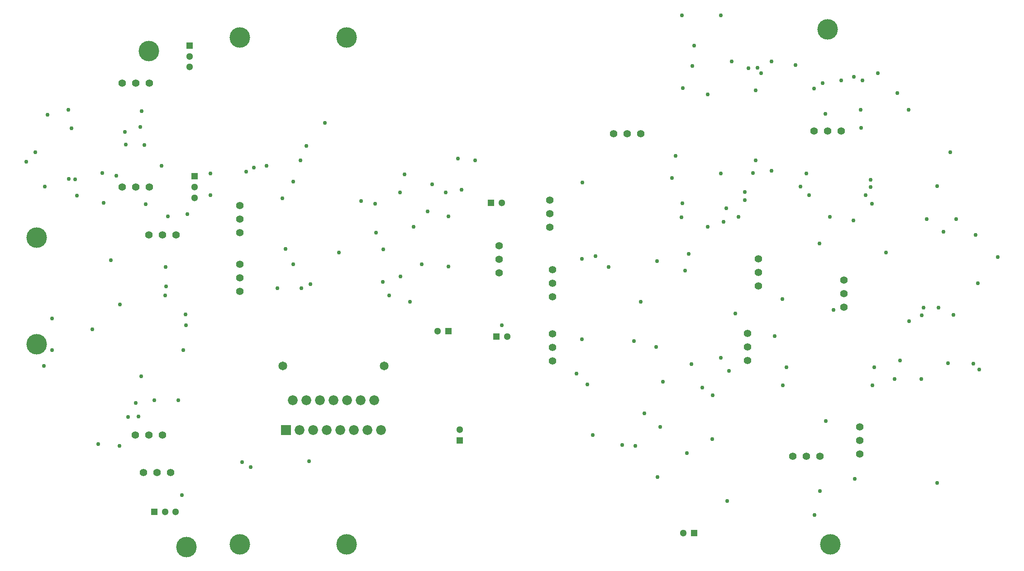
<source format=gbr>
G04*
G04 #@! TF.GenerationSoftware,Altium Limited,Altium Designer,23.9.2 (47)*
G04*
G04 Layer_Color=16711935*
%FSLAX44Y44*%
%MOMM*%
G71*
G04*
G04 #@! TF.SameCoordinates,DC7A7723-1311-43B5-9009-1713E082842B*
G04*
G04*
G04 #@! TF.FilePolarity,Negative*
G04*
G01*
G75*
%ADD56R,1.3000X1.3000*%
%ADD57C,1.3000*%
%ADD58C,1.6500*%
%ADD59C,3.8500*%
%ADD60C,1.3900*%
%ADD61R,1.3000X1.3000*%
%ADD62C,1.8450*%
%ADD63R,1.8450X1.8450*%
%ADD64C,0.7500*%
D56*
X-430000Y136000D02*
D03*
X200000Y715000D02*
D03*
X210000Y465000D02*
D03*
X120000Y475000D02*
D03*
X580000Y96000D02*
D03*
D57*
X-410000Y136000D02*
D03*
X-390000D02*
D03*
X-355000Y745000D02*
D03*
Y725000D02*
D03*
X141000Y290000D02*
D03*
X220000Y715000D02*
D03*
X230000Y465000D02*
D03*
X100000Y475000D02*
D03*
X560000Y96000D02*
D03*
X-364000Y970000D02*
D03*
Y990000D02*
D03*
D58*
X-190000Y410000D02*
D03*
X0D02*
D03*
D59*
X-650000Y650000D02*
D03*
Y450000D02*
D03*
X-70000Y1025000D02*
D03*
X-270000D02*
D03*
X-70000Y75000D02*
D03*
X-270000D02*
D03*
X830000Y1040000D02*
D03*
X835000Y75000D02*
D03*
X-370000Y70000D02*
D03*
X-440000Y1000000D02*
D03*
D60*
X-414600Y280000D02*
D03*
X-440000D02*
D03*
X-465400D02*
D03*
X860000Y570400D02*
D03*
Y545000D02*
D03*
Y519600D02*
D03*
X700000Y559600D02*
D03*
Y585000D02*
D03*
Y610400D02*
D03*
X429200Y845000D02*
D03*
X454600D02*
D03*
X480000D02*
D03*
X315000Y470000D02*
D03*
Y444600D02*
D03*
Y419200D02*
D03*
X215000Y584200D02*
D03*
Y609600D02*
D03*
Y635000D02*
D03*
X315000Y539600D02*
D03*
Y565000D02*
D03*
Y590400D02*
D03*
X310000Y669600D02*
D03*
Y695000D02*
D03*
Y720400D02*
D03*
X-490400Y940000D02*
D03*
X-465000D02*
D03*
X-439600D02*
D03*
X890000Y244200D02*
D03*
Y269600D02*
D03*
Y295000D02*
D03*
X815400Y240000D02*
D03*
X790000D02*
D03*
X764600D02*
D03*
X680000Y470400D02*
D03*
Y445000D02*
D03*
Y419600D02*
D03*
X855400Y850000D02*
D03*
X830000D02*
D03*
X804600D02*
D03*
X-270000Y600000D02*
D03*
Y574600D02*
D03*
Y549200D02*
D03*
Y659600D02*
D03*
Y685000D02*
D03*
Y710400D02*
D03*
X-440400Y655000D02*
D03*
X-415000D02*
D03*
X-389600D02*
D03*
X-450800Y210000D02*
D03*
X-425400D02*
D03*
X-400000D02*
D03*
X-439200Y745000D02*
D03*
X-464600D02*
D03*
X-490000D02*
D03*
D61*
X-355000Y765000D02*
D03*
X141000Y270000D02*
D03*
X-364000Y1010000D02*
D03*
D62*
X-18800Y345000D02*
D03*
X-44200D02*
D03*
X-69600D02*
D03*
X-95000D02*
D03*
X-120400D02*
D03*
X-145800D02*
D03*
X-171200D02*
D03*
X-6100Y289700D02*
D03*
X-31500D02*
D03*
X-56900D02*
D03*
X-82300D02*
D03*
X-107700D02*
D03*
X-133100D02*
D03*
X-158500D02*
D03*
D63*
X-183900D02*
D03*
D64*
X878698Y951302D02*
D03*
X895000Y945000D02*
D03*
X855000D02*
D03*
X55000Y670000D02*
D03*
X81041Y698959D02*
D03*
X965000Y420000D02*
D03*
X955000Y385000D02*
D03*
X910000Y758698D02*
D03*
Y745000D02*
D03*
X900661Y729459D02*
D03*
X790000Y770000D02*
D03*
X795176Y729824D02*
D03*
X779277Y745723D02*
D03*
X725000Y775000D02*
D03*
X689661Y770774D02*
D03*
X445136Y261258D02*
D03*
X470000Y260000D02*
D03*
X1110543Y564457D02*
D03*
X1070000Y685000D02*
D03*
X145000Y740000D02*
D03*
X90000Y750000D02*
D03*
X115000Y735000D02*
D03*
X70324Y600084D02*
D03*
X804301Y929571D02*
D03*
X769357Y973207D02*
D03*
X725000Y980000D02*
D03*
X698829Y968829D02*
D03*
X681793Y967697D02*
D03*
X630000Y425000D02*
D03*
X615000Y355000D02*
D03*
X521764Y380000D02*
D03*
X595606Y369138D02*
D03*
X360000Y395000D02*
D03*
X370000Y460000D02*
D03*
X-155000Y555000D02*
D03*
X-137793Y563207D02*
D03*
X-200000Y555000D02*
D03*
X380000Y375000D02*
D03*
X390000Y280000D02*
D03*
X815000Y175000D02*
D03*
X805000Y130000D02*
D03*
X1055000Y415000D02*
D03*
X1005000Y385000D02*
D03*
X-405000Y690000D02*
D03*
X-368741Y693717D02*
D03*
X-220000Y785000D02*
D03*
X-170000Y755000D02*
D03*
X558433Y930000D02*
D03*
X580000Y1010000D02*
D03*
X576304Y972057D02*
D03*
X650000Y980000D02*
D03*
X820000Y940000D02*
D03*
X-16544Y713876D02*
D03*
X30000Y735000D02*
D03*
X120000Y690000D02*
D03*
X170000Y795000D02*
D03*
X137649Y798499D02*
D03*
X675000Y720000D02*
D03*
X640000Y705000D02*
D03*
X635000Y680000D02*
D03*
X695000Y795000D02*
D03*
X605000Y670000D02*
D03*
X662696Y688984D02*
D03*
X570000Y620000D02*
D03*
X420000Y595000D02*
D03*
X370000Y610000D02*
D03*
X395000Y615000D02*
D03*
X-385000Y345000D02*
D03*
X-430000D02*
D03*
X-370620Y485784D02*
D03*
X-375700Y439302D02*
D03*
X1065000Y505000D02*
D03*
X1037556Y518698D02*
D03*
X630000Y770000D02*
D03*
X557750Y714561D02*
D03*
X912334Y713698D02*
D03*
X-325000Y770000D02*
D03*
Y730000D02*
D03*
X-446058Y712352D02*
D03*
X-621302Y498532D02*
D03*
Y439302D02*
D03*
X-636302Y410000D02*
D03*
X-652560Y810142D02*
D03*
X1035000Y190000D02*
D03*
X880330Y198207D02*
D03*
X-250000Y220000D02*
D03*
X-265803Y229197D02*
D03*
X-140793Y230836D02*
D03*
X1015000Y685000D02*
D03*
X938736Y621928D02*
D03*
X1034254Y746793D02*
D03*
X960300Y921307D02*
D03*
X-1812Y627770D02*
D03*
X30500Y577224D02*
D03*
X-15000Y659187D02*
D03*
X-408974Y594750D02*
D03*
X-408523Y558936D02*
D03*
X-410178Y541794D02*
D03*
X9364Y541793D02*
D03*
X-585000Y855000D02*
D03*
X-590653Y889713D02*
D03*
X538207Y761868D02*
D03*
X566259Y246643D02*
D03*
X613833Y272678D02*
D03*
X516293Y295400D02*
D03*
X-170000Y600316D02*
D03*
X-184946Y628532D02*
D03*
X-85000Y622207D02*
D03*
X-2221Y567064D02*
D03*
X-479197Y314197D02*
D03*
X-465000Y340000D02*
D03*
X-495184Y260000D02*
D03*
X-460000Y315000D02*
D03*
X-455000Y390000D02*
D03*
X-535500Y263534D02*
D03*
X-546302Y478418D02*
D03*
X-630000Y880000D02*
D03*
X-483650Y824112D02*
D03*
X48226Y529980D02*
D03*
X220184Y485784D02*
D03*
X923510Y957970D02*
D03*
X480026Y529980D02*
D03*
X642078Y156346D02*
D03*
X674844Y735212D02*
D03*
X1005500Y504274D02*
D03*
X892014Y855862D02*
D03*
X1046700Y660790D02*
D03*
X1102199Y413775D02*
D03*
X510500Y605926D02*
D03*
X370500Y752992D02*
D03*
X1058892Y810142D02*
D03*
X825720Y882428D02*
D03*
X814798Y639200D02*
D03*
X-42960Y718956D02*
D03*
X-190500Y724036D02*
D03*
X-258606Y773820D02*
D03*
X-243874Y781186D02*
D03*
X-111032Y865006D02*
D03*
X562830Y587892D02*
D03*
X556480Y687968D02*
D03*
X-416340Y784742D02*
D03*
X-578138Y759342D02*
D03*
X-448598Y823350D02*
D03*
X-669451Y791981D02*
D03*
X-575090Y728862D02*
D03*
X-378494Y167506D02*
D03*
X-453538Y887358D02*
D03*
X-485555Y847861D02*
D03*
X-511082Y607450D02*
D03*
X-371900Y506358D02*
D03*
X694910Y925966D02*
D03*
X605000Y918346D02*
D03*
X981464Y889898D02*
D03*
X891506D02*
D03*
X1009362Y518804D02*
D03*
X730724Y465210D02*
D03*
X981930Y493404D02*
D03*
X575000Y413372D02*
D03*
X825974Y306460D02*
D03*
X-635000Y745880D02*
D03*
X-525000Y715094D02*
D03*
X1112994Y402980D02*
D03*
X877790Y682126D02*
D03*
X840706Y514994D02*
D03*
X38320Y768740D02*
D03*
X-146000Y822334D02*
D03*
X-156244Y794902D02*
D03*
X486884Y320684D02*
D03*
X1148300Y613292D02*
D03*
X1106644Y654948D02*
D03*
X833848Y688984D02*
D03*
X557242Y1066682D02*
D03*
X630140D02*
D03*
X705324Y957970D02*
D03*
X645500Y399932D02*
D03*
X752822Y407044D02*
D03*
X916906D02*
D03*
X913350Y373262D02*
D03*
X745500D02*
D03*
X508474Y445000D02*
D03*
X467580Y456066D02*
D03*
X657064Y508136D02*
D03*
X545304Y803284D02*
D03*
X120108Y596020D02*
D03*
X-494826Y524392D02*
D03*
X511268Y201050D02*
D03*
X744660Y535060D02*
D03*
X-500922Y766454D02*
D03*
X-456218Y857386D02*
D03*
X-590000Y760536D02*
D03*
X-527338Y771534D02*
D03*
M02*

</source>
